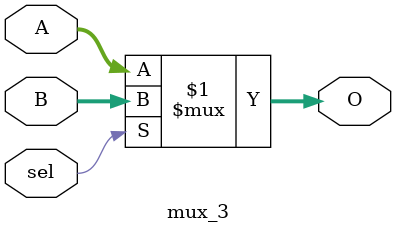
<source format=v>
`timescale 1ns / 1ps
module mux_3(
	 input [2:0] A,
    input [2:0] B,
    output [2:0] O,
    input sel
    );

assign O = (sel) ? B:A;

endmodule
</source>
